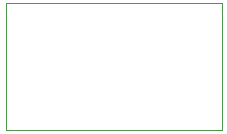
<source format=gm1>
G04 #@! TF.GenerationSoftware,KiCad,Pcbnew,(7.0.0-0)*
G04 #@! TF.CreationDate,2023-04-22T22:08:33+02:00*
G04 #@! TF.ProjectId,tiny-blackbox,74696e79-2d62-46c6-9163-6b626f782e6b,rev?*
G04 #@! TF.SameCoordinates,Original*
G04 #@! TF.FileFunction,Profile,NP*
%FSLAX46Y46*%
G04 Gerber Fmt 4.6, Leading zero omitted, Abs format (unit mm)*
G04 Created by KiCad (PCBNEW (7.0.0-0)) date 2023-04-22 22:08:33*
%MOMM*%
%LPD*%
G01*
G04 APERTURE LIST*
G04 #@! TA.AperFunction,Profile*
%ADD10C,0.100000*%
G04 #@! TD*
G04 APERTURE END LIST*
D10*
X65000000Y-51250000D02*
X83250000Y-51250000D01*
X83250000Y-51250000D02*
X83250000Y-62000000D01*
X83250000Y-62000000D02*
X65000000Y-62000000D01*
X65000000Y-62000000D02*
X65000000Y-51250000D01*
M02*

</source>
